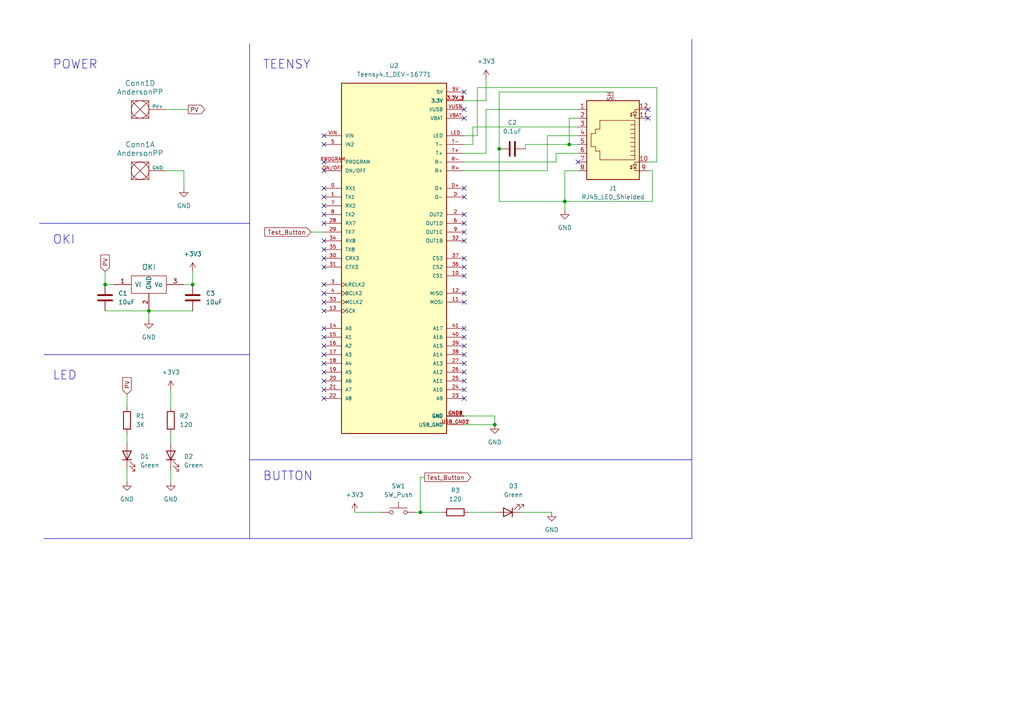
<source format=kicad_sch>
(kicad_sch (version 20230121) (generator eeschema)
  (paper "A4")
  (lib_symbols
    (symbol "Connector:RJ45_LED_Shielded" (pin_names (offset 1.016))
      (property "Reference" "J" (at -5.08 13.97 0))
      (property "Value" "RJ45_LED_Shielded" (at 1.27 13.97 0))
      (symbol "RJ45_LED_Shielded_0_1"
        (polyline (pts (xy -7.62 -7.62) (xy -6.35 -7.62)))
        (polyline (pts (xy -7.62 -5.08) (xy -6.35 -5.08)))
        (polyline (pts (xy -7.62 7.62) (xy -6.35 7.62)))
        (polyline (pts (xy -7.62 10.16) (xy -6.35 10.16)))
        (polyline (pts (xy -6.858 -5.842) (xy -5.842 -5.842)))
        (polyline (pts (xy -6.858 9.398) (xy -5.842 9.398)))
        (polyline (pts (xy -6.35 -7.62) (xy -6.35 -6.858)))
        (polyline (pts (xy -6.35 -5.08) (xy -6.35 -5.842)))
        (polyline (pts (xy -6.35 7.62) (xy -6.35 8.382)))
        (polyline (pts (xy -6.35 10.16) (xy -6.35 9.398)))
        (polyline (pts (xy -5.08 -6.223) (xy -5.207 -6.604)))
        (polyline (pts (xy -5.08 -5.588) (xy -5.207 -5.969)))
        (polyline (pts (xy -5.08 4.445) (xy -6.35 4.445)))
        (polyline (pts (xy -5.08 5.715) (xy -6.35 5.715)))
        (polyline (pts (xy -5.08 9.017) (xy -5.207 8.636)))
        (polyline (pts (xy -5.08 9.652) (xy -5.207 9.271)))
        (polyline (pts (xy -6.35 -3.175) (xy -5.08 -3.175) (xy -5.08 -3.175)))
        (polyline (pts (xy -6.35 -1.905) (xy -5.08 -1.905) (xy -5.08 -1.905)))
        (polyline (pts (xy -6.35 -0.635) (xy -5.08 -0.635) (xy -5.08 -0.635)))
        (polyline (pts (xy -6.35 0.635) (xy -5.08 0.635) (xy -5.08 0.635)))
        (polyline (pts (xy -6.35 1.905) (xy -5.08 1.905) (xy -5.08 1.905)))
        (polyline (pts (xy -5.588 -6.731) (xy -5.08 -6.223) (xy -5.461 -6.35)))
        (polyline (pts (xy -5.588 -6.096) (xy -5.08 -5.588) (xy -5.461 -5.715)))
        (polyline (pts (xy -5.588 8.509) (xy -5.08 9.017) (xy -5.461 8.89)))
        (polyline (pts (xy -5.588 9.144) (xy -5.08 9.652) (xy -5.461 9.525)))
        (polyline (pts (xy -5.08 3.175) (xy -6.35 3.175) (xy -6.35 3.175)))
        (polyline (pts (xy -6.35 -5.842) (xy -6.858 -6.858) (xy -5.842 -6.858) (xy -6.35 -5.842)))
        (polyline (pts (xy -6.35 9.398) (xy -6.858 8.382) (xy -5.842 8.382) (xy -6.35 9.398)))
        (polyline (pts (xy -6.35 -4.445) (xy -6.35 6.985) (xy 3.81 6.985) (xy 3.81 4.445) (xy 5.08 4.445) (xy 5.08 3.175) (xy 6.35 3.175) (xy 6.35 -0.635) (xy 5.08 -0.635) (xy 5.08 -1.905) (xy 3.81 -1.905) (xy 3.81 -4.445) (xy -6.35 -4.445) (xy -6.35 -4.445)))
        (rectangle (start 7.62 12.7) (end -7.62 -10.16) (stroke (width 0.254)) (fill (type background)))
      )
      (symbol "RJ45_LED_Shielded_1_1"
        (pin passive line (at 10.16 -7.62 180) (length 2.54) (name "~") (number "1"))
        (pin passive line (at -10.16 7.62 0) (length 2.54) (name "~") (number "10"))
        (pin passive line (at -10.16 -5.08 0) (length 2.54) (name "~") (number "11"))
        (pin passive line (at -10.16 -7.62 0) (length 2.54) (name "~") (number "12"))
        (pin passive line (at 10.16 -5.08 180) (length 2.54) (name "~") (number "2"))
        (pin passive line (at 10.16 -2.54 180) (length 2.54) (name "~") (number "3"))
        (pin passive line (at 10.16 0 180) (length 2.54) (name "~") (number "4"))
        (pin passive line (at 10.16 2.54 180) (length 2.54) (name "~") (number "5"))
        (pin passive line (at 10.16 5.08 180) (length 2.54) (name "~") (number "6"))
        (pin passive line (at 10.16 7.62 180) (length 2.54) (name "~") (number "7"))
        (pin passive line (at 10.16 10.16 180) (length 2.54) (name "~") (number "8"))
        (pin passive line (at -10.16 10.16 0) (length 2.54) (name "~") (number "9"))
        (pin passive line (at 0 -12.7 90) (length 2.54) (name "~") (number "SH"))
      )
    )
    (symbol "Device:C" (pin_numbers hide) (pin_names (offset 0.254))
      (property "Reference" "C" (at 0.635 2.54 0))
      (property "Value" "C" (at 0.635 -2.54 0))
      (symbol "C_0_1"
        (polyline (pts (xy -2.032 -0.762) (xy 2.032 -0.762)) (stroke (width 0.508)))
        (polyline (pts (xy -2.032 0.762) (xy 2.032 0.762)) (stroke (width 0.508)))
      )
      (symbol "C_1_1"
        (pin passive line (at 0 3.81 270) (length 2.794) (name "~") (number "1"))
        (pin passive line (at 0 -3.81 90) (length 2.794) (name "~") (number "2"))
      )
    )
    (symbol "Device:LED" (pin_numbers hide) (pin_names (offset 1.016) hide)
      (property "Reference" "D" (at 0 2.54 0))
      (property "Value" "LED" (at 0 -2.54 0))
      (symbol "LED_0_1"
        (polyline (pts (xy -1.27 -1.27) (xy -1.27 1.27)) (stroke (width 0.254)))
        (polyline (pts (xy -1.27 0) (xy 1.27 0)))
        (polyline (pts (xy 1.27 -1.27) (xy 1.27 1.27) (xy -1.27 0) (xy 1.27 -1.27)) (stroke (width 0.254)))
        (polyline (pts (xy -3.048 -0.762) (xy -4.572 -2.286) (xy -3.81 -2.286) (xy -4.572 -2.286) (xy -4.572 -1.524)))
        (polyline (pts (xy -1.778 -0.762) (xy -3.302 -2.286) (xy -2.54 -2.286) (xy -3.302 -2.286) (xy -3.302 -1.524)))
      )
      (symbol "LED_1_1"
        (pin passive line (at -3.81 0 0) (length 2.54) (name "K") (number "1"))
        (pin passive line (at 3.81 0 180) (length 2.54) (name "A") (number "2"))
      )
    )
    (symbol "Device:R" (pin_numbers hide) (pin_names (offset 0))
      (property "Reference" "R" (at 2.032 0 90))
      (property "Value" "R" (at 0 0 90))
      (symbol "R_0_1"
        (rectangle (start -1.016 -2.54) (end 1.016 2.54) (stroke (width 0.254)))
      )
      (symbol "R_1_1"
        (pin passive line (at 0 3.81 270) (length 1.27) (name "~") (number "1"))
        (pin passive line (at 0 -3.81 90) (length 1.27) (name "~") (number "2"))
      )
    )
    (symbol "MRDT_Connectors:AndersonPP" (pin_numbers hide) (pin_names (offset 0))
      (property "Reference" "Conn" (at 3.81 -1.27 0))
      (property "Value" "AndersonPP" (at 2.54 6.35 0))
      (symbol "AndersonPP_0_1"
        (polyline (pts (xy 0 5.08) (xy 5.08 0)))
        (polyline (pts (xy 5.08 5.08) (xy 0 0)))
        (rectangle (start 0 0) (end 5.08 5.08))
        (circle (center 2.54 2.54) (radius 2.54))
      )
      (symbol "AndersonPP_1_1"
        (pin input line (at 10.16 2.54 180) (length 5.08) (name "GND") (number "1"))
      )
      (symbol "AndersonPP_2_1"
        (pin input line (at 10.16 2.54 180) (length 5.08) (name "V+Log") (number "2"))
      )
      (symbol "AndersonPP_3_1"
        (pin input line (at 10.16 2.54 180) (length 5.08) (name "V+Act") (number "3"))
      )
      (symbol "AndersonPP_4_1"
        (pin input line (at 10.16 2.54 180) (length 5.08) (name "PV+") (number "4"))
      )
      (symbol "AndersonPP_5_1"
        (pin input line (at 10.16 2.54 180) (length 5.08) (name "~") (number "1"))
      )
    )
    (symbol "MRDT_Devices:OKI" (pin_names (offset 1.016))
      (property "Value" "OKI" (at 5.08 6.35 0))
      (symbol "OKI_0_1"
        (rectangle (start 0 0) (end 10.16 5.08))
      )
      (symbol "OKI_1_1"
        (pin input line (at -5.08 2.54 0) (length 5.08) (name "Vi") (number "1"))
        (pin output line (at 5.08 -5.08 90) (length 5.08) (name "GND") (number "2"))
        (pin output line (at 15.24 2.54 180) (length 5.08) (name "Vo") (number "3"))
      )
    )
    (symbol "MRDT_Shields:Teensy4.1_DEV-16771" (pin_names (offset 1.016))
      (property "Reference" "U" (at -15.24 52.07 0))
      (property "Value" "Teensy4.1_DEV-16771" (at -15.24 -53.34 0))
      (symbol "Teensy4.1_DEV-16771_0_0"
        (rectangle (start -15.24 -50.8) (end 15.24 50.8) (stroke (width 0.254)) (fill (type background)))
        (pin bidirectional line (at -20.32 20.32 0) (length 5.08) (name "RX1") (number "0"))
        (pin bidirectional line (at -20.32 17.78 0) (length 5.08) (name "TX1") (number "1"))
        (pin bidirectional line (at 20.32 -5.08 180) (length 5.08) (name "CS1") (number "10"))
        (pin bidirectional line (at 20.32 -12.7 180) (length 5.08) (name "MOSI") (number "11"))
        (pin bidirectional line (at 20.32 -10.16 180) (length 5.08) (name "MISO") (number "12"))
        (pin bidirectional clock (at -20.32 -15.24 0) (length 5.08) (name "SCK") (number "13"))
        (pin bidirectional line (at -20.32 -20.32 0) (length 5.08) (name "A0") (number "14"))
        (pin bidirectional line (at -20.32 -22.86 0) (length 5.08) (name "A1") (number "15"))
        (pin bidirectional line (at -20.32 -25.4 0) (length 5.08) (name "A2") (number "16"))
        (pin bidirectional line (at -20.32 -27.94 0) (length 5.08) (name "A3") (number "17"))
        (pin bidirectional line (at -20.32 -30.48 0) (length 5.08) (name "A4") (number "18"))
        (pin bidirectional line (at -20.32 -33.02 0) (length 5.08) (name "A5") (number "19"))
        (pin output line (at 20.32 12.7 180) (length 5.08) (name "OUT2") (number "2"))
        (pin bidirectional line (at -20.32 -35.56 0) (length 5.08) (name "A6") (number "20"))
        (pin bidirectional line (at -20.32 -38.1 0) (length 5.08) (name "A7") (number "21"))
        (pin bidirectional line (at -20.32 -40.64 0) (length 5.08) (name "A8") (number "22"))
        (pin bidirectional line (at 20.32 -40.64 180) (length 5.08) (name "A9") (number "23"))
        (pin bidirectional line (at 20.32 -38.1 180) (length 5.08) (name "A10") (number "24"))
        (pin bidirectional line (at 20.32 -35.56 180) (length 5.08) (name "A11") (number "25"))
        (pin bidirectional line (at 20.32 -33.02 180) (length 5.08) (name "A12") (number "26"))
        (pin bidirectional line (at 20.32 -30.48 180) (length 5.08) (name "A13") (number "27"))
        (pin bidirectional line (at -20.32 10.16 0) (length 5.08) (name "RX7") (number "28"))
        (pin bidirectional line (at -20.32 7.62 0) (length 5.08) (name "TX7") (number "29"))
        (pin bidirectional clock (at -20.32 -7.62 0) (length 5.08) (name "LRCLK2") (number "3"))
        (pin power_in line (at 20.32 45.72 180) (length 5.08) (name "3.3V") (number "3.3V_1"))
        (pin power_in line (at 20.32 45.72 180) (length 5.08) (name "3.3V") (number "3.3V_2"))
        (pin power_in line (at 20.32 45.72 180) (length 5.08) (name "3.3V") (number "3.3V_3"))
        (pin bidirectional line (at -20.32 0 0) (length 5.08) (name "CRX3") (number "30"))
        (pin bidirectional line (at -20.32 -2.54 0) (length 5.08) (name "CTX3") (number "31"))
        (pin output line (at 20.32 5.08 180) (length 5.08) (name "OUT1B") (number "32"))
        (pin bidirectional clock (at -20.32 -12.7 0) (length 5.08) (name "MCLK2") (number "33"))
        (pin bidirectional line (at -20.32 5.08 0) (length 5.08) (name "RX8") (number "34"))
        (pin bidirectional line (at -20.32 2.54 0) (length 5.08) (name "TX8") (number "35"))
        (pin bidirectional line (at 20.32 -2.54 180) (length 5.08) (name "CS2") (number "36"))
        (pin bidirectional line (at 20.32 0 180) (length 5.08) (name "CS3") (number "37"))
        (pin bidirectional line (at 20.32 -27.94 180) (length 5.08) (name "A14") (number "38"))
        (pin bidirectional line (at 20.32 -25.4 180) (length 5.08) (name "A15") (number "39"))
        (pin bidirectional clock (at -20.32 -10.16 0) (length 5.08) (name "BCLK2") (number "4"))
        (pin bidirectional line (at 20.32 -22.86 180) (length 5.08) (name "A16") (number "40"))
        (pin bidirectional line (at 20.32 -20.32 180) (length 5.08) (name "A17") (number "41"))
        (pin bidirectional line (at -20.32 33.02 0) (length 5.08) (name "IN2") (number "5"))
        (pin power_in line (at 20.32 48.26 180) (length 5.08) (name "5V") (number "5V"))
        (pin output line (at 20.32 10.16 180) (length 5.08) (name "OUT1D") (number "6"))
        (pin bidirectional line (at -20.32 15.24 0) (length 5.08) (name "RX2") (number "7"))
        (pin bidirectional line (at -20.32 12.7 0) (length 5.08) (name "TX2") (number "8"))
        (pin output line (at 20.32 7.62 180) (length 5.08) (name "OUT1C") (number "9"))
        (pin bidirectional line (at 20.32 17.78 180) (length 5.08) (name "D-") (number "D"))
        (pin bidirectional line (at 20.32 20.32 180) (length 5.08) (name "D+") (number "D+"))
        (pin power_in line (at 20.32 -45.72 180) (length 5.08) (name "GND") (number "GND1"))
        (pin power_in line (at 20.32 -45.72 180) (length 5.08) (name "GND") (number "GND2"))
        (pin power_in line (at 20.32 -45.72 180) (length 5.08) (name "GND") (number "GND3"))
        (pin power_in line (at 20.32 -45.72 180) (length 5.08) (name "GND") (number "GND4"))
        (pin power_in line (at 20.32 -45.72 180) (length 5.08) (name "GND") (number "GND5"))
        (pin bidirectional line (at 20.32 35.56 180) (length 5.08) (name "LED") (number "LED"))
        (pin bidirectional line (at -20.32 25.4 0) (length 5.08) (name "ON/OFF") (number "ON/OFF"))
        (pin bidirectional line (at -20.32 27.94 0) (length 5.08) (name "PROGRAM") (number "PROGRAM"))
        (pin bidirectional line (at 20.32 25.4 180) (length 5.08) (name "R+") (number "R+"))
        (pin bidirectional line (at 20.32 27.94 180) (length 5.08) (name "R-") (number "R-"))
        (pin bidirectional line (at 20.32 30.48 180) (length 5.08) (name "T+") (number "T+"))
        (pin bidirectional line (at 20.32 33.02 180) (length 5.08) (name "T-") (number "T-"))
        (pin power_in line (at 20.32 -48.26 180) (length 5.08) (name "USB_GND") (number "USB_GND1"))
        (pin power_in line (at 20.32 -48.26 180) (length 5.08) (name "USB_GND") (number "USB_GND2"))
        (pin passive line (at 20.32 40.64 180) (length 5.08) (name "VBAT") (number "VBAT"))
        (pin input line (at -20.32 35.56 0) (length 5.08) (name "VIN") (number "VIN"))
        (pin passive line (at 20.32 43.18 180) (length 5.08) (name "VUSB") (number "VUSB"))
      )
    )
    (symbol "Switch:SW_Push" (pin_numbers hide) (pin_names (offset 1.016) hide)
      (property "Reference" "SW" (at 1.27 2.54 0))
      (property "Value" "SW_Push" (at 0 -1.524 0))
      (symbol "SW_Push_0_1"
        (circle (center -2.032 0) (radius 0.508))
        (polyline (pts (xy 0 1.27) (xy 0 3.048)))
        (polyline (pts (xy 2.54 1.27) (xy -2.54 1.27)))
        (circle (center 2.032 0) (radius 0.508))
        (pin passive line (at -5.08 0 0) (length 2.54) (name "1") (number "1"))
        (pin passive line (at 5.08 0 180) (length 2.54) (name "2") (number "2"))
      )
    )
    (symbol "power:+3V3" (power) (pin_names (offset 0))
      (property "Value" "+3V3" (at 0 3.556 0))
      (symbol "+3V3_0_1"
        (polyline (pts (xy -0.762 1.27) (xy 0 2.54)))
        (polyline (pts (xy 0 0) (xy 0 2.54)))
        (polyline (pts (xy 0 2.54) (xy 0.762 1.27)))
      )
      (symbol "+3V3_1_1"
        (pin power_in line (at 0 0 90) (length 0) hide (name "+3V3") (number "1"))
      )
    )
    (symbol "power:GND" (power) (pin_names (offset 0))
      (property "Value" "GND" (at 0 -3.81 0))
      (symbol "GND_0_1"
        (polyline (pts (xy 0 0) (xy 0 -1.27) (xy 1.27 -1.27) (xy 0 -2.54) (xy -1.27 -1.27) (xy 0 -1.27)))
      )
      (symbol "GND_1_1"
        (pin power_in line (at 0 0 270) (length 0) hide (name "GND") (number "1"))
      )
    )
  )
  (junction (at 30.48 82.55))
  (junction (at 144.78 43.18))
  (junction (at 43.18 90.17))
  (junction (at 55.88 82.55))
  (junction (at 165.1 41.91))
  (junction (at 143.51 123.19))
  (junction (at 163.83 58.42))
  (junction (at 121.92 148.59))
  (no_connect (at 93.98 95.25))
  (no_connect (at 93.98 82.55))
  (no_connect (at 134.62 64.77))
  (no_connect (at 134.62 100.33))
  (no_connect (at 93.98 77.47))
  (no_connect (at 93.98 69.85))
  (no_connect (at 93.98 46.99))
  (no_connect (at 93.98 57.15))
  (no_connect (at 93.98 107.95))
  (no_connect (at 134.62 113.03))
  (no_connect (at 93.98 49.53))
  (no_connect (at 134.62 69.85))
  (no_connect (at 93.98 62.23))
  (no_connect (at 167.64 46.99))
  (no_connect (at 93.98 85.09))
  (no_connect (at 134.62 77.47))
  (no_connect (at 134.62 34.29))
  (no_connect (at 93.98 74.93))
  (no_connect (at 93.98 41.91))
  (no_connect (at 134.62 95.25))
  (no_connect (at 134.62 110.49))
  (no_connect (at 93.98 105.41))
  (no_connect (at 134.62 87.63))
  (no_connect (at 134.62 54.61))
  (no_connect (at 93.98 100.33))
  (no_connect (at 134.62 31.75))
  (no_connect (at 187.96 31.75))
  (no_connect (at 134.62 115.57))
  (no_connect (at 93.98 115.57))
  (no_connect (at 93.98 97.79))
  (no_connect (at 134.62 105.41))
  (no_connect (at 134.62 97.79))
  (no_connect (at 93.98 59.69))
  (no_connect (at 187.96 34.29))
  (no_connect (at 93.98 54.61))
  (no_connect (at 93.98 72.39))
  (no_connect (at 93.98 87.63))
  (no_connect (at 93.98 102.87))
  (no_connect (at 93.98 39.37))
  (no_connect (at 134.62 107.95))
  (no_connect (at 134.62 85.09))
  (no_connect (at 134.62 102.87))
  (no_connect (at 93.98 110.49))
  (no_connect (at 93.98 90.17))
  (no_connect (at 93.98 64.77))
  (no_connect (at 93.98 113.03))
  (no_connect (at 134.62 67.31))
  (no_connect (at 134.62 57.15))
  (no_connect (at 134.62 74.93))
  (no_connect (at 134.62 62.23))
  (no_connect (at 134.62 80.01))
  (no_connect (at 134.62 26.67))
  (wire (pts (xy 137.16 36.83) (xy 137.16 41.91)))
  (wire (pts (xy 165.1 34.29) (xy 165.1 41.91)))
  (wire (pts (xy 140.97 29.21) (xy 134.62 29.21)))
  (wire (pts (xy 53.34 49.53) (xy 53.34 54.61)))
  (wire (pts (xy 167.64 36.83) (xy 137.16 36.83)))
  (wire (pts (xy 163.83 49.53) (xy 163.83 58.42)))
  (wire (pts (xy 138.43 25.4) (xy 190.5 25.4)))
  (wire (pts (xy 121.92 148.59) (xy 128.27 148.59)))
  (wire (pts (xy 140.97 31.75) (xy 140.97 44.45)))
  (wire (pts (xy 158.75 39.37) (xy 158.75 49.53)))
  (wire (pts (xy 167.64 49.53) (xy 163.83 49.53)))
  (wire (pts (xy 134.62 120.65) (xy 143.51 120.65)))
  (wire (pts (xy 134.62 49.53) (xy 158.75 49.53)))
  (wire (pts (xy 30.48 78.74) (xy 30.48 82.55)))
  (wire (pts (xy 49.53 135.89) (xy 49.53 139.7)))
  (wire (pts (xy 163.83 58.42) (xy 144.78 58.42)))
  (wire (pts (xy 144.78 43.18) (xy 144.78 58.42)))
  (wire (pts (xy 134.62 123.19) (xy 143.51 123.19)))
  (wire (pts (xy 102.87 148.59) (xy 110.49 148.59)))
  (wire (pts (xy 123.19 138.43) (xy 121.92 138.43)))
  (wire (pts (xy 189.23 58.42) (xy 163.83 58.42)))
  (polyline (pts (xy 72.39 12.7) (xy 72.39 156.21)))
  (wire (pts (xy 167.64 34.29) (xy 165.1 34.29)))
  (wire (pts (xy 90.17 67.31) (xy 93.98 67.31)))
  (wire (pts (xy 187.96 46.99) (xy 190.5 46.99)))
  (wire (pts (xy 163.83 58.42) (xy 163.83 60.96)))
  (wire (pts (xy 120.65 148.59) (xy 121.92 148.59)))
  (wire (pts (xy 143.51 120.65) (xy 143.51 123.19)))
  (polyline (pts (xy 12.7 102.87) (xy 72.39 102.87)))
  (wire (pts (xy 49.53 113.03) (xy 49.53 118.11)))
  (wire (pts (xy 187.96 49.53) (xy 189.23 49.53)))
  (wire (pts (xy 189.23 49.53) (xy 189.23 58.42)))
  (polyline (pts (xy 200.66 133.35) (xy 200.66 156.21)))
  (polyline (pts (xy 200.66 11.43) (xy 200.66 133.35)))
  (wire (pts (xy 152.4 41.91) (xy 152.4 43.18)))
  (wire (pts (xy 190.5 46.99) (xy 190.5 25.4)))
  (wire (pts (xy 43.18 90.17) (xy 55.88 90.17)))
  (polyline (pts (xy 72.39 133.35) (xy 200.66 133.35)))
  (wire (pts (xy 30.48 82.55) (xy 33.02 82.55)))
  (wire (pts (xy 48.26 31.75) (xy 54.61 31.75)))
  (wire (pts (xy 135.89 148.59) (xy 143.51 148.59)))
  (polyline (pts (xy 11.43 64.77) (xy 72.39 64.77)))
  (polyline (pts (xy 200.66 156.21) (xy 72.39 156.21)))
  (wire (pts (xy 30.48 90.17) (xy 43.18 90.17)))
  (wire (pts (xy 151.13 148.59) (xy 160.02 148.59)))
  (wire (pts (xy 167.64 39.37) (xy 158.75 39.37)))
  (wire (pts (xy 137.16 41.91) (xy 134.62 41.91)))
  (wire (pts (xy 140.97 22.86) (xy 140.97 29.21)))
  (wire (pts (xy 138.43 25.4) (xy 138.43 39.37)))
  (wire (pts (xy 140.97 44.45) (xy 134.62 44.45)))
  (wire (pts (xy 121.92 138.43) (xy 121.92 148.59)))
  (wire (pts (xy 55.88 82.55) (xy 53.34 82.55)))
  (wire (pts (xy 144.78 26.67) (xy 177.8 26.67)))
  (wire (pts (xy 167.64 44.45) (xy 161.29 44.45)))
  (wire (pts (xy 36.83 135.89) (xy 36.83 139.7)))
  (wire (pts (xy 161.29 44.45) (xy 161.29 46.99)))
  (wire (pts (xy 55.88 78.74) (xy 55.88 82.55)))
  (wire (pts (xy 36.83 125.73) (xy 36.83 128.27)))
  (wire (pts (xy 161.29 46.99) (xy 134.62 46.99)))
  (wire (pts (xy 36.83 114.3) (xy 36.83 118.11)))
  (wire (pts (xy 43.18 90.17) (xy 43.18 92.71)))
  (wire (pts (xy 144.78 43.18) (xy 144.78 26.67)))
  (wire (pts (xy 48.26 49.53) (xy 53.34 49.53)))
  (wire (pts (xy 165.1 41.91) (xy 152.4 41.91)))
  (wire (pts (xy 167.64 41.91) (xy 165.1 41.91)))
  (polyline (pts (xy 12.7 156.21) (xy 72.39 156.21)))
  (wire (pts (xy 49.53 125.73) (xy 49.53 128.27)))
  (wire (pts (xy 138.43 39.37) (xy 134.62 39.37)))
  (wire (pts (xy 167.64 31.75) (xy 140.97 31.75)))
  (text "POWER" (at 15.24 20.32 0) (effects (font (size 2.54 2.54)) (justify left bottom)))
  (text "OKI" (at 15.24 71.12 0) (effects (font (size 2.54 2.54)) (justify left bottom)))
  (text "BUTTON" (at 76.2 139.7 0) (effects (font (size 2.54 2.54)) (justify left bottom)))
  (text "LED" (at 15.24 110.49 0) (effects (font (size 2.54 2.54)) (justify left bottom)))
  (text "TEENSY" (at 76.2 20.32 0) (effects (font (size 2.54 2.54)) (justify left bottom)))
  (global_label "PV" (shape output) (at 54.61 31.75 0) (property "Intersheetrefs" "${INTERSHEET_REFS}" (effects hide)))
  (global_label "Test_Button" (shape input) (at 90.17 67.31 180) (property "Intersheetrefs" "${INTERSHEET_REFS}" (effects hide)))
  (global_label "PV" (shape input) (at 36.83 114.3 90) (property "Intersheetrefs" "${INTERSHEET_REFS}" (effects hide)))
  (global_label "Test_Button" (shape output) (at 123.19 138.43 0) (property "Intersheetrefs" "${INTERSHEET_REFS}" (effects hide)))
  (global_label "PV" (shape input) (at 30.48 78.74 90) (property "Intersheetrefs" "${INTERSHEET_REFS}" (effects hide)))
  (symbol (lib_id "Device:LED") (at 49.53 132.08 90) (unit 1)
    (property "Reference" "D2" (at 53.34 132.3975 90) (effects (justify right)))
    (property "Value" "Green" (at 53.34 134.9375 90) (effects (justify right)))
    (property "Footprint" "LED_SMD:LED_0201_0603Metric_Pad0.64x0.40mm_HandSolder" (effects hide))
  )
  (symbol (lib_id "power:GND") (at 43.18 92.71 0) (unit 1)
    (property "Reference" "#PWR03" (effects hide))
    (property "Value" "GND" (at 43.18 97.79 0))
  )
  (symbol (lib_id "MRDT_Shields:Teensy4.1_DEV-16771") (at 114.3 74.93 0) (unit 1)
    (property "Reference" "U2" (at 114.3 19.05 0))
    (property "Value" "Teensy4.1_DEV-16771" (at 114.3 21.59 0))
    (property "Footprint" "MRDT_Shields:Teensy_4_1_Ethernet" (effects hide))
    (property "STANDARD" "Manufacturer recommendations" (effects hide))
    (property "MAXIMUM_PACKAGE_HEIGHT" "4.07mm" (effects hide))
    (property "MANUFACTURER" "SparkFun Electronics" (effects hide))
    (property "PARTREV" "4.1" (effects hide))
  )
  (symbol (lib_id "Device:C") (at 55.88 86.36 0) (unit 1)
    (property "Reference" "C3" (at 59.69 85.09 0) (effects (justify left)))
    (property "Value" "10uF" (at 59.69 87.63 0) (effects (justify left)))
    (property "Footprint" "Capacitor_SMD:C_0603_1608Metric_Pad1.08x0.95mm_HandSolder" (effects hide))
  )
  (symbol (lib_id "Device:LED") (at 36.83 132.08 90) (unit 1)
    (property "Reference" "D1" (at 40.64 132.3975 90) (effects (justify right)))
    (property "Value" "Green" (at 40.64 134.9375 90) (effects (justify right)))
    (property "Footprint" "LED_SMD:LED_0201_0603Metric_Pad0.64x0.40mm_HandSolder" (effects hide))
  )
  (symbol (lib_id "Device:R") (at 132.08 148.59 90) (unit 1)
    (property "Reference" "R3" (at 132.08 142.24 90))
    (property "Value" "120" (at 132.08 144.78 90))
    (property "Footprint" "Resistor_SMD:R_0201_0603Metric_Pad0.64x0.40mm_HandSolder" (effects hide))
  )
  (symbol (lib_id "power:+3V3") (at 140.97 22.86 0) (unit 1)
    (property "Reference" "#PWR08" (effects hide))
    (property "Value" "+3V3" (at 140.97 17.78 0))
  )
  (symbol (lib_id "power:GND") (at 143.51 123.19 0) (unit 1)
    (property "Reference" "#PWR07" (effects hide))
    (property "Value" "GND" (at 143.51 128.27 0))
  )
  (symbol (lib_id "power:+3V3") (at 55.88 78.74 0) (unit 1)
    (property "Reference" "#PWR02" (effects hide))
    (property "Value" "+3V3" (at 55.88 73.66 0))
  )
  (symbol (lib_id "Device:R") (at 36.83 121.92 0) (unit 1)
    (property "Reference" "R1" (at 39.37 120.65 0) (effects (justify left)))
    (property "Value" "3K" (at 39.37 123.19 0) (effects (justify left)))
    (property "Footprint" "Resistor_SMD:R_0201_0603Metric_Pad0.64x0.40mm_HandSolder" (effects hide))
  )
  (symbol (lib_id "power:GND") (at 160.02 148.59 0) (unit 1)
    (property "Reference" "#PWR011" (effects hide))
    (property "Value" "GND" (at 160.02 153.67 0))
  )
  (symbol (lib_id "power:GND") (at 53.34 54.61 0) (unit 1)
    (property "Reference" "#PWR01" (effects hide))
    (property "Value" "GND" (at 53.34 59.69 0))
  )
  (symbol (lib_id "MRDT_Connectors:AndersonPP") (at 38.1 52.07 0) (unit 1)
    (property "Reference" "Conn1" (at 40.64 41.91 0) (effects (font (size 1.524 1.524))))
    (property "Value" "AndersonPP" (at 40.64 44.45 0) (effects (font (size 1.524 1.524))))
    (property "Footprint" "MRDT_Connectors:Square_Anderson_2_H_Side_By_Side_PV" (effects hide))
  )
  (symbol (lib_id "Device:C") (at 148.59 43.18 90) (unit 1)
    (property "Reference" "C2" (at 148.59 35.56 90))
    (property "Value" "0.1uF" (at 148.59 38.1 90))
    (property "Footprint" "Capacitor_SMD:C_0603_1608Metric_Pad1.08x0.95mm_HandSolder" (effects hide))
  )
  (symbol (lib_id "Connector:RJ45_LED_Shielded") (at 177.8 39.37 180) (unit 1)
    (property "Reference" "J1" (at 177.8 54.61 0))
    (property "Value" "RJ45_LED_Shielded" (at 177.8 57.15 0))
    (property "Footprint" "MRDT_Connectors:RJ45_Teensy" (effects hide))
  )
  (symbol (lib_id "Device:R") (at 49.53 121.92 0) (unit 1)
    (property "Reference" "R2" (at 52.07 120.65 0) (effects (justify left)))
    (property "Value" "120" (at 52.07 123.19 0) (effects (justify left)))
    (property "Footprint" "Resistor_SMD:R_0201_0603Metric_Pad0.64x0.40mm_HandSolder" (effects hide))
  )
  (symbol (lib_id "power:GND") (at 49.53 139.7 0) (unit 1)
    (property "Reference" "#PWR05" (effects hide))
    (property "Value" "GND" (at 49.53 144.78 0))
  )
  (symbol (lib_id "power:+3V3") (at 102.87 148.59 0) (unit 1)
    (property "Reference" "#PWR010" (effects hide))
    (property "Value" "+3V3" (at 102.87 143.51 0))
  )
  (symbol (lib_id "Switch:SW_Push") (at 115.57 148.59 0) (unit 1)
    (property "Reference" "SW1" (at 115.57 140.97 0))
    (property "Value" "SW_Push" (at 115.57 143.51 0))
    (property "Footprint" "Button_Switch_SMD:SW_SPST_TL3305A" (effects hide))
  )
  (symbol (lib_id "Device:LED") (at 147.32 148.59 180) (unit 1)
    (property "Reference" "D3" (at 148.9075 140.97 0))
    (property "Value" "Green" (at 148.9075 143.51 0))
    (property "Footprint" "LED_SMD:LED_0201_0603Metric_Pad0.64x0.40mm_HandSolder" (effects hide))
  )
  (symbol (lib_id "MRDT_Devices:OKI") (at 38.1 85.09 0) (unit 1)
    (property "Reference" "U1" (effects hide))
    (property "Value" "OKI" (at 43.18 77.47 0) (effects (font (size 1.524 1.524))))
    (property "Footprint" "MRDT_Devices:OKI_Horizontal" (effects hide))
  )
  (symbol (lib_id "Device:C") (at 30.48 86.36 0) (unit 1)
    (property "Reference" "C1" (at 34.29 85.09 0) (effects (justify left)))
    (property "Value" "10uF" (at 34.29 87.63 0) (effects (justify left)))
    (property "Footprint" "Capacitor_SMD:C_0603_1608Metric_Pad1.08x0.95mm_HandSolder" (effects hide))
  )
  (symbol (lib_id "power:+3V3") (at 49.53 113.03 0) (unit 1)
    (property "Reference" "#PWR06" (effects hide))
    (property "Value" "+3V3" (at 49.53 107.95 0))
  )
  (symbol (lib_id "power:GND") (at 163.83 60.96 0) (unit 1)
    (property "Reference" "#PWR09" (effects hide))
    (property "Value" "GND" (at 163.83 66.04 0))
  )
  (symbol (lib_id "MRDT_Connectors:AndersonPP") (at 38.1 34.29 0) (unit 4)
    (property "Reference" "Conn1" (at 40.64 24.13 0) (effects (font (size 1.524 1.524))))
    (property "Value" "AndersonPP" (at 40.64 26.67 0) (effects (font (size 1.524 1.524))))
    (property "Footprint" "MRDT_Connectors:Square_Anderson_2_H_Side_By_Side_PV" (effects hide))
  )
  (symbol (lib_id "power:GND") (at 36.83 139.7 0) (unit 1)
    (property "Reference" "#PWR04" (effects hide))
    (property "Value" "GND" (at 36.83 144.78 0))
  )
)
</source>
